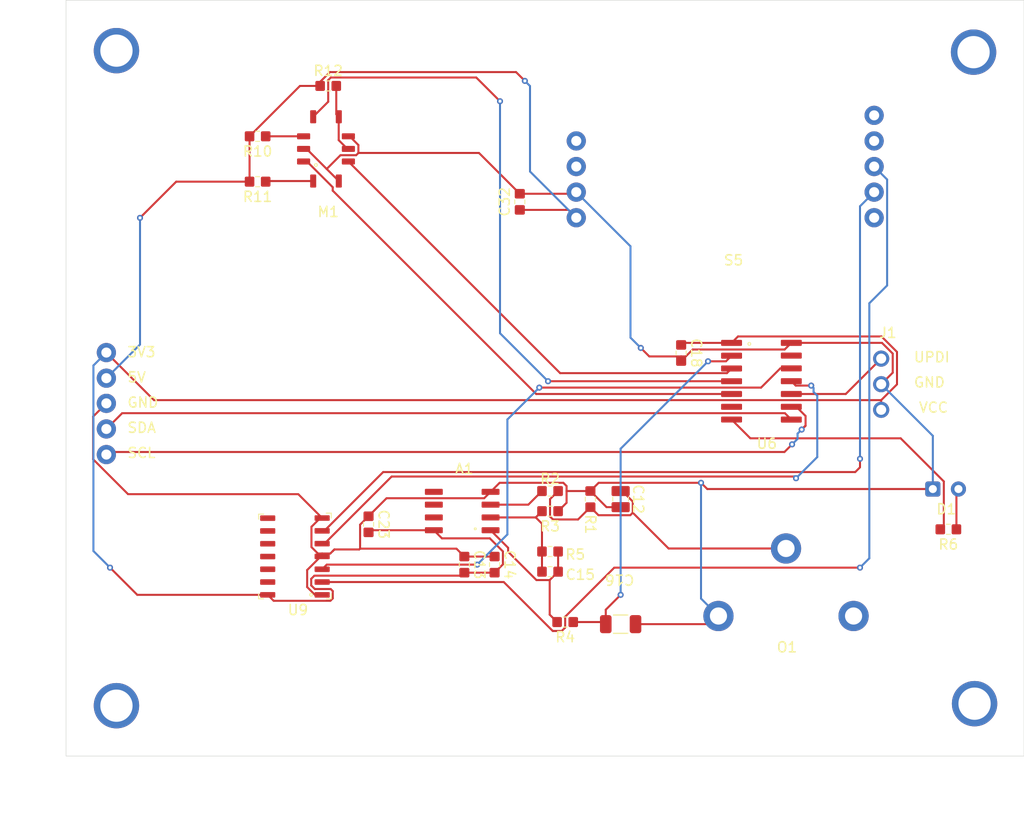
<source format=kicad_pcb>
(kicad_pcb (version 20241229) (generator "pcbnew") (generator_version "9.0")
  (layers (0 "F.Cu" signal) (2 "B.Cu" signal) (13 "F.Paste" user) (15 "B.Paste" user) (5 "F.SilkS" user "F.Silkscreen") (7 "B.SilkS" user "B.Silkscreen") (1 "F.Mask" user) (3 "B.Mask" user) (25 "Edge.Cuts" user))
  (net 0 "")
  (net 1 "Net-(A1-+IN_A)")
  (net 3 "3V3")
  (net 4 "GND")
  (net 5 "Net-(A1-OUT_A)")
  (net 6 "Net-(A1--IN_A)")
  (net 9 "Net-(O1-Vsensor+)")
  (net 10 "02_A")
  (net 11 "5V")
  (net 12 "SDA")
  (net 13 "SCL")
  (net 14 "UPDI")
  (net 15 "Net-(M1-C)")
  (net 16 "Net-(M1-E)")
  (net 17 "NO2_VAL")
  (net 18 "Net-(M1-K)")
  (net 19 "NH3_VAL")
  (net 20 "CO_VAL")
  (net 24 "CO2_TX")
  (net 25 "C02_RX")
  (net 29 "AT_GAS_RX")
  (net 31 "AT_GAS_TX")
  (net 32 "Net-(D1-A)")
  (net 39 "STATUS_LED")
  (footprint "common:C_1206" (layer "F.Cu") (at 147 119.7 180)
    (property "Reference" "C16" (at 0.1 4.2 180) (layer "F.SilkS"))
    (property "Value" "10uF")
    (fp_line (start -0.711252 0.7) (end 0.711252 0.7) (stroke (width 0.12)) (layer "F.SilkS"))
    (fp_line (start -0.711252 -1.12) (end 0.711252 -1.12) (stroke (width 0.12)) (layer "F.SilkS"))
    (pad "1" smd roundrect (at -1.475 -0.21 180) (size 1.15 1.8) (layers "F.Cu" "F.Mask" "F.Paste") (roundrect_rratio 0.217391) (net 4 "GND"))
    (pad "2" smd roundrect (at 1.475 -0.21 180) (size 1.15 1.8) (layers "F.Cu" "F.Mask" "F.Paste") (roundrect_rratio 0.217391) (net 10 "02_A"))
  )
  (footprint "common:C_0603" (layer "F.Cu") (at 153 93 -90)
    (property "Reference" "C18" (at 0 -1.5 270) (layer "F.SilkS"))
    (property "Value" "100nF")
    (fp_line (start -0.2 0.5) (end 0.2 0.5) (stroke (width 0.1)) (layer "F.SilkS"))
    (fp_line (start -0.2 -0.5) (end 0.2 -0.5) (stroke (width 0.1)) (layer "F.SilkS"))
    (pad "1" smd roundrect (at -0.8 0 270) (size 0.95 1) (layers "F.Cu" "F.Mask" "F.Paste") (roundrect_rratio 0.15) (net 3 "3V3"))
    (pad "2" smd roundrect (at 0.8 0 270) (size 0.95 1) (layers "F.Cu" "F.Mask" "F.Paste") (roundrect_rratio 0.15) (net 4 "GND"))
  )
  (footprint "air_sens_foots:MiCS-6814" (layer "F.Cu") (at 117.78 72.75)
    (property "Reference" "M1" (at 0.22 6.25 0) (layer "F.SilkS"))
    (property "Value" "MiCS-6814")
    (fp_circle (center -1 1.6) (end -0.9 1.5) (stroke (width 0.1)) (fill no) (layer "F.SilkS"))
    (pad "1" smd roundrect (at -2.22 1.25 90) (size 0.6 1.3) (layers "F.Cu" "F.Mask" "F.Paste") (roundrect_rratio 0.15) (net 17 "NO2_VAL"))
    (pad "2" smd roundrect (at -2.22 0 90) (size 0.6 1.3) (layers "F.Cu" "F.Mask" "F.Paste") (roundrect_rratio 0.15) (net 4 "GND"))
    (pad "3" smd roundrect (at -2.22 -1.25 90) (size 0.6 1.3) (layers "F.Cu" "F.Mask" "F.Paste") (roundrect_rratio 0.15) (net 15 "Net-(M1-C)"))
    (pad "4" smd roundrect (at -1.27 -3.19) (size 0.6 1.3) (layers "F.Cu" "F.Mask" "F.Paste") (roundrect_rratio 0.15) (net 19 "NH3_VAL"))
    (pad "5" smd roundrect (at 1.27 -3.19) (size 0.6 1.3) (layers "F.Cu" "F.Mask" "F.Paste") (roundrect_rratio 0.15) (net 16 "Net-(M1-E)"))
    (pad "6" smd roundrect (at 2.22 -1.25 90) (size 0.6 1.3) (layers "F.Cu" "F.Mask" "F.Paste") (roundrect_rratio 0.15) (net 4 "GND"))
    (pad "7" smd roundrect (at 2.22 0 90) (size 0.6 1.3) (layers "F.Cu" "F.Mask" "F.Paste") (roundrect_rratio 0.15) (net 16 "Net-(M1-E)"))
    (pad "8" smd roundrect (at 2.22 1.25 90) (size 0.6 1.3) (layers "F.Cu" "F.Mask" "F.Paste") (roundrect_rratio 0.15) (net 20 "CO_VAL"))
    (pad "9" smd roundrect (at 1.27 3.19) (size 0.6 1.3) (layers "F.Cu" "F.Mask" "F.Paste") (roundrect_rratio 0.15) (net 4 "GND"))
    (pad "10" smd roundrect (at -1.27 3.19) (size 0.6 1.3) (layers "F.Cu" "F.Mask" "F.Paste") (roundrect_rratio 0.15) (net 18 "Net-(M1-K)"))
  )
  (footprint "air_sens_foots:SN74LVC125" (layer "F.Cu") (at 114.7 113.19 90)
    (property "Reference" "U9" (at -5.31 0.3 0) (layer "F.SilkS"))
    (property "Value" "Buffer")
    (fp_line (start 4.2 -3.6) (end 4.2 -3.1) (stroke (width 0.1)) (layer "F.SilkS"))
    (fp_line (start 3.7 -3.6) (end 4.2 -3.6) (stroke (width 0.1)) (layer "F.SilkS"))
    (fp_line (start -4.2 -3.6) (end -3.7 -3.6) (stroke (width 0.1)) (layer "F.SilkS"))
    (fp_line (start -4.2 -3.1) (end -4.2 -3.6) (stroke (width 0.1)) (layer "F.SilkS"))
    (fp_line (start 4.3 3.1) (end 4.3 3.6) (stroke (width 0.1)) (layer "F.SilkS"))
    (fp_line (start 4.3 3.6) (end 3.8 3.6) (stroke (width 0.1)) (layer "F.SilkS"))
    (fp_line (start -3.7 3.6) (end -4.2 3.6) (stroke (width 0.1)) (layer "F.SilkS"))
    (fp_line (start -4.2 3.6) (end -4.2 3.1) (stroke (width 0.1)) (layer "F.SilkS"))
    (fp_circle (center -3.8 1.6) (end -3.7 1.5) (stroke (width 0.1)) (fill no) (layer "F.SilkS"))
    (pad "1" smd roundrect (at -3.81 2.7 90) (size 0.55 1.5) (layers "F.Cu" "F.Mask" "F.Paste") (roundrect_rratio 0.15) (net 4 "GND") (clearance 0.07))
    (pad "2" smd roundrect (at -2.54 2.7 90) (size 0.55 1.5) (layers "F.Cu" "F.Mask" "F.Paste") (roundrect_rratio 0.15) (net 24 "CO2_TX") (clearance 0.07))
    (pad "3" smd roundrect (at -1.27 2.7 90) (size 0.55 1.5) (layers "F.Cu" "F.Mask" "F.Paste") (roundrect_rratio 0.15) (net 29 "AT_GAS_RX") (clearance 0.07))
    (pad "4" smd roundrect (at 0 2.7 90) (size 0.55 1.5) (layers "F.Cu" "F.Mask" "F.Paste") (roundrect_rratio 0.15) (net 4 "GND") (clearance 0.07))
    (pad "5" smd roundrect (at 1.27 2.7 90) (size 0.55 1.5) (layers "F.Cu" "F.Mask" "F.Paste") (roundrect_rratio 0.15) (net 31 "AT_GAS_TX") (clearance 0.07))
    (pad "6" smd roundrect (at 2.54 2.7 90) (size 0.55 1.5) (layers "F.Cu" "F.Mask" "F.Paste") (roundrect_rratio 0.15) (net 25 "C02_RX") (clearance 0.07))
    (pad "7" smd roundrect (at 3.81 2.7 90) (size 0.55 1.5) (layers "F.Cu" "F.Mask" "F.Paste") (roundrect_rratio 0.15) (net 4 "GND") (clearance 0.07))
    (pad "8" smd roundrect (at 3.8 -2.7 90) (size 0.55 1.5) (layers "F.Cu" "F.Mask" "F.Paste") (roundrect_rratio 0.15) (clearance 0.07))
    (pad "9" smd roundrect (at 2.53 -2.7 90) (size 0.55 1.5) (layers "F.Cu" "F.Mask" "F.Paste") (roundrect_rratio 0.15) (clearance 0.07))
    (pad "10" smd roundrect (at 1.26 -2.7 90) (size 0.55 1.5) (layers "F.Cu" "F.Mask" "F.Paste") (roundrect_rratio 0.15) (clearance 0.07))
    (pad "11" smd roundrect (at -0.01 -2.7 90) (size 0.55 1.5) (layers "F.Cu" "F.Mask" "F.Paste") (roundrect_rratio 0.15) (clearance 0.07))
    (pad "12" smd roundrect (at -1.27 -2.7 90) (size 0.55 1.5) (layers "F.Cu" "F.Mask" "F.Paste") (roundrect_rratio 0.15) (clearance 0.07))
    (pad "13" smd roundrect (at -2.54 -2.7 90) (size 0.55 1.5) (layers "F.Cu" "F.Mask" "F.Paste") (roundrect_rratio 0.15) (clearance 0.07))
    (pad "14" smd roundrect (at -3.81 -2.7 90) (size 0.55 1.5) (layers "F.Cu" "F.Mask" "F.Paste") (roundrect_rratio 0.15) (net 3 "3V3") (clearance 0.07))
  )
  (footprint "common:C_0603" (layer "F.Cu") (at 140 114.7 180)
    (property "Reference" "C15" (at -3 -0.3 0) (layer "F.SilkS"))
    (property "Value" "10nF")
    (fp_line (start -0.2 0.5) (end 0.2 0.5) (stroke (width 0.1)) (layer "F.SilkS"))
    (fp_line (start -0.2 -0.5) (end 0.2 -0.5) (stroke (width 0.1)) (layer "F.SilkS"))
    (pad "1" smd roundrect (at -0.8 0 180) (size 0.95 1) (layers "F.Cu" "F.Mask" "F.Paste") (roundrect_rratio 0.15) (net 5 "Net-(A1-OUT_A)"))
    (pad "2" smd roundrect (at 0.8 0 180) (size 0.95 1) (layers "F.Cu" "F.Mask" "F.Paste") (roundrect_rratio 0.15) (net 6 "Net-(A1--IN_A)"))
  )
  (footprint "common:R_0603" (layer "F.Cu") (at 118 66.5)
    (property "Reference" "R12" (at 0 -1.5 0) (layer "F.SilkS"))
    (property "Value" "820R")
    (fp_line (start -0.2 -0.5) (end 0.2 -0.5) (stroke (width 0.1)) (layer "F.SilkS"))
    (fp_line (start -0.2 0.5) (end 0.2 0.5) (stroke (width 0.1)) (layer "F.SilkS"))
    (pad "1" smd roundrect (at -0.8 0) (size 0.95 1) (layers "F.Cu" "F.Mask" "F.Paste") (roundrect_rratio 0.15) (net 11 "5V"))
    (pad "2" smd roundrect (at 0.8 0) (size 0.95 1) (layers "F.Cu" "F.Mask" "F.Paste") (roundrect_rratio 0.15) (net 16 "Net-(M1-E)"))
  )
  (footprint "air_sens_foots:AO_03" (layer "F.Cu") (at 163.5 122.7)
    (property "Reference" "O1" (at 0 -0.5 0) (layer "F.SilkS"))
    (property "Value" "AO-03")
    (pad "" thru_hole circle (at 6.6 -3.6) (size 3 3) (drill 1.7) (layers "*.Cu" "*.Mask"))
    (pad "1" thru_hole circle (at -0.1 -10.3) (size 3 3) (drill 1.7) (layers "*.Cu" "*.Mask") (net 9 "Net-(O1-Vsensor+)"))
    (pad "2" thru_hole circle (at -6.8 -3.6) (size 3 3) (drill 1.7) (layers "*.Cu" "*.Mask") (net 4 "GND"))
  )
  (footprint "common:C_0603" (layer "F.Cu") (at 137 78 90)
    (property "Reference" "C32" (at 0 -1.5 90) (layer "F.SilkS"))
    (property "Value" "100nF")
    (fp_line (start -0.2 -0.5) (end 0.2 -0.5) (stroke (width 0.1)) (layer "F.SilkS"))
    (fp_line (start -0.2 0.5) (end 0.2 0.5) (stroke (width 0.1)) (layer "F.SilkS"))
    (pad "1" smd roundrect (at -0.8 0 90) (size 0.95 1) (layers "F.Cu" "F.Mask" "F.Paste") (roundrect_rratio 0.15) (net 11 "5V"))
    (pad "2" smd roundrect (at 0.8 0 90) (size 0.95 1) (layers "F.Cu" "F.Mask" "F.Paste") (roundrect_rratio 0.15) (net 4 "GND"))
  )
  (footprint "air_sens_foots:ATtiny1614" (layer "F.Cu") (at 155.2625 96.8 -90)
    (property "Reference" "U6" (at 5.2 -6.2375 0) (layer "F.SilkS"))
    (property "Value" "~")
    (fp_circle (center -4.7 -4.5) (end -4.6 -4.6) (stroke (width 0.1)) (fill no) (layer "F.SilkS"))
    (pad "1" smd roundrect (at -4.8 -2.7375) (size 2.075 0.6) (layers "F.Cu" "F.Mask" "F.Paste") (roundrect_rratio 0.15) (net 3 "3V3"))
    (pad "2" smd roundrect (at -3.53 -2.7375) (size 2.075 0.6) (layers "F.Cu" "F.Mask" "F.Paste") (roundrect_rratio 0.15) (net 10 "02_A"))
    (pad "3" smd roundrect (at -2.26 -2.7375) (size 2.075 0.6) (layers "F.Cu" "F.Mask" "F.Paste") (roundrect_rratio 0.15) (net 20 "CO_VAL"))
    (pad "4" smd roundrect (at -0.995 -2.7375) (size 2.075 0.59) (layers "F.Cu" "F.Mask" "F.Paste") (roundrect_rratio 0.15) (net 19 "NH3_VAL"))
    (pad "5" smd roundrect (at 0.27 -2.7375) (size 2.075 0.6) (layers "F.Cu" "F.Mask" "F.Paste") (roundrect_rratio 0.15) (net 17 "NO2_VAL"))
    (pad "6" smd roundrect (at 1.54 -2.7375) (size 2.075 0.6) (layers "F.Cu" "F.Mask" "F.Paste") (roundrect_rratio 0.15))
    (pad "7" smd roundrect (at 2.805 -2.7375) (size 2.075 0.59) (layers "F.Cu" "F.Mask" "F.Paste") (roundrect_rratio 0.15) (net 39 "STATUS_LED"))
    (pad "8" smd roundrect (at 2.81 -8.6625) (size 2.075 0.6) (layers "F.Cu" "F.Mask" "F.Paste") (roundrect_rratio 0.15) (net 12 "SDA"))
    (pad "9" smd roundrect (at 1.54 -8.6625) (size 2.075 0.6) (layers "F.Cu" "F.Mask" "F.Paste") (roundrect_rratio 0.15) (net 13 "SCL"))
    (pad "10" smd roundrect (at 0.27 -8.6625) (size 2.075 0.6) (layers "F.Cu" "F.Mask" "F.Paste") (roundrect_rratio 0.15) (net 14 "UPDI"))
    (pad "11" smd roundrect (at -1 -8.6625) (size 2.075 0.6) (layers "F.Cu" "F.Mask" "F.Paste") (roundrect_rratio 0.15) (net 31 "AT_GAS_TX"))
    (pad "12" smd roundrect (at -2.27 -8.6625) (size 2.075 0.6) (layers "F.Cu" "F.Mask" "F.Paste") (roundrect_rratio 0.15) (net 29 "AT_GAS_RX"))
    (pad "13" smd roundrect (at -3.54 -8.6625) (size 2.075 0.6) (layers "F.Cu" "F.Mask" "F.Paste") (roundrect_rratio 0.15))
    (pad "14" smd roundrect (at -4.805 -8.6625) (size 2.075 0.61) (layers "F.Cu" "F.Mask" "F.Paste") (roundrect_rratio 0.15) (net 4 "GND"))
  )
  (footprint "common:C_0603" (layer "F.Cu") (at 131.5 114 -90)
    (property "Reference" "C13" (at 0 -1.5 270) (layer "F.SilkS"))
    (property "Value" "10nF")
    (fp_line (start -0.2 0.5) (end 0.2 0.5) (stroke (width 0.1)) (layer "F.SilkS"))
    (fp_line (start -0.2 -0.5) (end 0.2 -0.5) (stroke (width 0.1)) (layer "F.SilkS"))
    (pad "1" smd roundrect (at -0.8 0 270) (size 0.95 1) (layers "F.Cu" "F.Mask" "F.Paste") (roundrect_rratio 0.15) (net 4 "GND"))
    (pad "2" smd roundrect (at 0.8 0 270) (size 0.95 1) (layers "F.Cu" "F.Mask" "F.Paste") (roundrect_rratio 0.15) (net 3 "3V3"))
  )
  (footprint "air_sens_foots:mounting_hole" (layer "F.Cu") (at 96.9 72.7)
    (property "Reference" "REF**" (hide yes))
    (property "Value" "mounting_hole" (hide yes))
    (pad "" thru_hole circle (at 0.1 -9.7) (size 4.5 4.5) (drill 3.2) (layers "*.Cu" "*.Mask"))
  )
  (footprint "air_sens_foots:mounting_hole" (layer "F.Cu") (at 181.9 72.85)
    (property "Reference" "REF**" (hide yes))
    (property "Value" "mounting_hole" (hide yes))
    (pad "" thru_hole circle (at 0.1 -9.7) (size 4.5 4.5) (drill 3.2) (layers "*.Cu" "*.Mask"))
  )
  (footprint "common:R_0603" (layer "F.Cu") (at 144 107.5 -90)
    (property "Reference" "R1" (at 2.5 0 270) (layer "F.SilkS"))
    (property "Value" "100R")
    (fp_line (start -0.2 0.5) (end 0.2 0.5) (stroke (width 0.1)) (layer "F.SilkS"))
    (fp_line (start -0.2 -0.5) (end 0.2 -0.5) (stroke (width 0.1)) (layer "F.SilkS"))
    (pad "1" smd roundrect (at -0.8 0 270) (size 0.95 1) (layers "F.Cu" "F.Mask" "F.Paste") (roundrect_rratio 0.15) (net 4 "GND"))
    (pad "2" smd roundrect (at 0.8 0 270) (size 0.95 1) (layers "F.Cu" "F.Mask" "F.Paste") (roundrect_rratio 0.15) (net 9 "Net-(O1-Vsensor+)"))
  )
  (footprint "common:LED_3mm_THT" (layer "F.Cu") (at 179.3 109.5)
    (property "Reference" "D1" (at 0 -1 0) (layer "F.SilkS"))
    (property "Value" "~")
    (pad "1" thru_hole roundrect (at -1.34 -3) (size 1.5 1.5) (drill 0.8) (layers "*.Cu" "*.Mask") (roundrect_rratio 0.1666666667) (net 4 "GND"))
    (pad "2" thru_hole circle (at 1.2 -3) (size 1.5 1.5) (drill 0.8) (layers "*.Cu" "*.Mask") (net 32 "Net-(D1-A)"))
  )
  (footprint "air_sens_foots:AD8552" (layer "F.Cu") (at 137.3875 108.65 90)
    (property "Reference" "A1" (at 4.15 -5.8875 0) (layer "F.SilkS"))
    (property "Value" "AD8552")
    (fp_circle (center -1.8 -4.8) (end -1.8 -4.7) (stroke (width 0.1)) (fill no) (layer "F.SilkS"))
    (pad "1" smd roundrect (at -1.94 -3.2875 180) (size 1.775 0.6) (layers "F.Cu" "F.Mask" "F.Paste") (roundrect_rratio 0.15) (net 5 "Net-(A1-OUT_A)"))
    (pad "2" smd roundrect (at -0.67 -3.2875 180) (size 1.775 0.6) (layers "F.Cu" "F.Mask" "F.Paste") (roundrect_rratio 0.15) (net 6 "Net-(A1--IN_A)"))
    (pad "3" smd roundrect (at 0.6 -3.2875 180) (size 1.775 0.6) (layers "F.Cu" "F.Mask" "F.Paste") (roundrect_rratio 0.15) (net 1 "Net-(A1-+IN_A)"))
    (pad "4" smd roundrect (at 1.87 -3.2875 180) (size 1.775 0.6) (layers "F.Cu" "F.Mask" "F.Paste") (roundrect_rratio 0.15) (net 4 "GND"))
    (pad "5" smd roundrect (at 1.87 -8.9125 180) (size 1.775 0.6) (layers "F.Cu" "F.Mask" "F.Paste") (roundrect_rratio 0.15))
    (pad "6" smd roundrect (at 0.6 -8.9125 180) (size 1.775 0.6) (layers "F.Cu" "F.Mask" "F.Paste") (roundrect_rratio 0.15))
    (pad "7" smd roundrect (at -0.67 -8.9125 180) (size 1.775 0.6) (layers "F.Cu" "F.Mask" "F.Paste") (roundrect_rratio 0.15))
    (pad "8" smd roundrect (at -1.94 -8.9125 180) (size 1.775 0.6) (layers "F.Cu" "F.Mask" "F.Paste") (roundrect_rratio 0.15) (net 3 "3V3"))
  )
  (footprint "common:R_0603" (layer "F.Cu") (at 111 71.5 180)
    (property "Reference" "R10" (at 0 -1.5 0) (layer "F.SilkS"))
    (property "Value" "27R")
    (fp_line (start -0.2 0.5) (end 0.2 0.5) (stroke (width 0.1)) (layer "F.SilkS"))
    (fp_line (start -0.2 -0.5) (end 0.2 -0.5) (stroke (width 0.1)) (layer "F.SilkS"))
    (pad "1" smd roundrect (at -0.8 0 180) (size 0.95 1) (layers "F.Cu" "F.Mask" "F.Paste") (roundrect_rratio 0.15) (net 15 "Net-(M1-C)"))
    (pad "2" smd roundrect (at 0.8 0 180) (size 0.95 1) (layers "F.Cu" "F.Mask" "F.Paste") (roundrect_rratio 0.15) (net 11 "5V"))
  )
  (footprint "common:R_0603" (layer "F.Cu") (at 141.5 119.7 180)
    (property "Reference" "R4" (at 0 -1.5 0) (layer "F.SilkS"))
    (property "Value" "100R")
    (fp_line (start -0.2 0.5) (end 0.2 0.5) (stroke (width 0.1)) (layer "F.SilkS"))
    (fp_line (start -0.2 -0.5) (end 0.2 -0.5) (stroke (width 0.1)) (layer "F.SilkS"))
    (pad "1" smd roundrect (at -0.8 0 180) (size 0.95 1) (layers "F.Cu" "F.Mask" "F.Paste") (roundrect_rratio 0.15) (net 10 "02_A"))
    (pad "2" smd roundrect (at 0.8 0 180) (size 0.95 1) (layers "F.Cu" "F.Mask" "F.Paste") (roundrect_rratio 0.15) (net 5 "Net-(A1-OUT_A)"))
  )
  (footprint "common:R_0603" (layer "F.Cu") (at 140 106.7 180)
    (property "Reference" "R2" (at 0 1.2 0) (layer "F.SilkS"))
    (property "Value" "10K")
    (fp_line (start -0.2 0.5) (end 0.2 0.5) (stroke (width 0.1)) (layer "F.SilkS"))
    (fp_line (start -0.2 -0.5) (end 0.2 -0.5) (stroke (width 0.1)) (layer "F.SilkS"))
    (pad "1" smd roundrect (at -0.8 0 180) (size 0.95 1) (layers "F.Cu" "F.Mask" "F.Paste") (roundrect_rratio 0.15) (net 9 "Net-(O1-Vsensor+)"))
    (pad "2" smd roundrect (at 0.8 0 180) (size 0.95 1) (layers "F.Cu" "F.Mask" "F.Paste") (roundrect_rratio 0.15) (net 1 "Net-(A1-+IN_A)"))
  )
  (footprint "air_sens_foots:mounting_hole" (layer "F.Cu") (at 96.9 137.7)
    (property "Reference" "REF**" (hide yes))
    (property "Value" "mounting_hole" (hide yes))
    (pad "" thru_hole circle (at 0.1 -9.7) (size 4.5 4.5) (drill 3.2) (layers "*.Cu" "*.Mask"))
  )
  (footprint "common:R_0603" (layer "F.Cu") (at 140 112.7 180)
    (property "Reference" "R5" (at -2.5 -0.3 0) (layer "F.SilkS"))
    (property "Value" "400K")
    (fp_line (start -0.2 0.5) (end 0.2 0.5) (stroke (width 0.1)) (layer "F.SilkS"))
    (fp_line (start -0.2 -0.5) (end 0.2 -0.5) (stroke (width 0.1)) (layer "F.SilkS"))
    (pad "1" smd roundrect (at -0.8 0 180) (size 0.95 1) (layers "F.Cu" "F.Mask" "F.Paste") (roundrect_rratio 0.15) (net 5 "Net-(A1-OUT_A)"))
    (pad "2" smd roundrect (at 0.8 0 180) (size 0.95 1) (layers "F.Cu" "F.Mask" "F.Paste") (roundrect_rratio 0.15) (net 6 "Net-(A1--IN_A)"))
  )
  (footprint "common:C_0603" (layer "F.Cu") (at 122 110 -90)
    (property "Reference" "C23" (at 0 -1.5 270) (layer "F.SilkS"))
    (property "Value" "100nF")
    (fp_line (start -0.2 0.5) (end 0.2 0.5) (stroke (width 0.1)) (layer "F.SilkS"))
    (fp_line (start -0.2 -0.5) (end 0.2 -0.5) (stroke (width 0.1)) (layer "F.SilkS"))
    (pad "1" smd roundrect (at -0.8 0 270) (size 0.95 1) (layers "F.Cu" "F.Mask" "F.Paste") (roundrect_rratio 0.15) (net 4 "GND"))
    (pad "2" smd roundrect (at 0.8 0 270) (size 0.95 1) (layers "F.Cu" "F.Mask" "F.Paste") (roundrect_rratio 0.15) (net 3 "3V3"))
  )
  (footprint "air_sens_foots:mounting_hole" (layer "F.Cu") (at 182 137.5)
    (property "Reference" "REF**" (hide yes))
    (property "Value" "mounting_hole" (hide yes))
    (pad "" thru_hole circle (at 0.1 -9.7) (size 4.5 4.5) (drill 3.2) (layers "*.Cu" "*.Mask"))
  )
  (footprint "common:R_0603" (layer "F.Cu") (at 140 108.7 180)
    (property "Reference" "R3" (at 0 -1.5 0) (layer "F.SilkS"))
    (property "Value" "10K")
    (fp_line (start -0.2 0.5) (end 0.2 0.5) (stroke (width 0.1)) (layer "F.SilkS"))
    (fp_line (start -0.2 -0.5) (end 0.2 -0.5) (stroke (width 0.1)) (layer "F.SilkS"))
    (pad "1" smd roundrect (at -0.8 0 180) (size 0.95 1) (layers "F.Cu" "F.Mask" "F.Paste") (roundrect_rratio 0.15) (net 4 "GND"))
    (pad "2" smd roundrect (at 0.8 0 180) (size 0.95 1) (layers "F.Cu" "F.Mask" "F.Paste") (roundrect_rratio 0.15) (net 6 "Net-(A1--IN_A)"))
  )
  (footprint "air_sens_foots:MH-Z1911A" (layer "F.Cu") (at 158.2 78.7)
    (property "Reference" "S5" (at 0 5.1 0) (layer "F.SilkS"))
    (property "Value" "MH-Z1911A")
    (pad "1" thru_hole circle (at 13.94 -9.28) (size 1.905 1.905) (drill 1) (layers "*.Cu" "*.Mask"))
    (pad "2" thru_hole circle (at 13.94 -6.74) (size 1.905 1.905) (drill 1) (layers "*.Cu" "*.Mask"))
    (pad "3" thru_hole circle (at 13.94 -4.2) (size 1.905 1.905) (drill 1) (layers "*.Cu" "*.Mask") (net 24 "CO2_TX"))
    (pad "4" thru_hole circle (at 13.94 -1.66) (size 1.905 1.905) (drill 1) (layers "*.Cu" "*.Mask") (net 25 "C02_RX"))
    (pad "5" thru_hole circle (at 13.94 0.88) (size 1.905 1.905) (drill 1) (layers "*.Cu" "*.Mask"))
    (pad "6" thru_hole circle (at -15.6 -6.74) (size 1.905 1.905) (drill 1) (layers "*.Cu" "*.Mask"))
    (pad "7" thru_hole circle (at -15.6 -4.2) (size 1.905 1.905) (drill 1) (layers "*.Cu" "*.Mask"))
    (pad "8" thru_hole circle (at -15.6 -1.66) (size 1.905 1.905) (drill 1) (layers "*.Cu" "*.Mask") (net 4 "GND"))
    (pad "9" thru_hole circle (at -15.6 0.88) (size 1.905 1.905) (drill 1) (layers "*.Cu" "*.Mask") (net 11 "5V"))
  )
  (footprint "common:R_0603" (layer "F.Cu") (at 111 76 180)
    (property "Reference" "R11" (at 0 -1.5 0) (layer "F.SilkS"))
    (property "Value" "130")
    (fp_line (start -0.2 0.5) (end 0.2 0.5) (stroke (width 0.1)) (layer "F.SilkS"))
    (fp_line (start -0.2 -0.5) (end 0.2 -0.5) (stroke (width 0.1)) (layer "F.SilkS"))
    (pad "1" smd roundrect (at -0.8 0 180) (size 0.95 1) (layers "F.Cu" "F.Mask" "F.Paste") (roundrect_rratio 0.15) (net 18 "Net-(M1-K)"))
    (pad "2" smd roundrect (at 0.8 0 180) (size 0.95 1) (layers "F.Cu" "F.Mask" "F.Paste") (roundrect_rratio 0.15) (net 11 "5V"))
  )
  (footprint "air_sens_foots:ATtiny_Programming_Header" (layer "F.Cu") (at 177.3375 96.1 90)
    (property "Reference" "J1" (at 5.1 -3.8375 0) (layer "F.SilkS"))
    (property "Value" "Program Header")
    (fp_text user "UPDI" (at 2.1 -1.3375 0) (layer "F.SilkS") (effects (font (thickness 0.15) (bold yes)) (justify left bottom)))
    (fp_text user "VCC" (at -2.9 -0.8375 0) (layer "F.SilkS") (effects (font (thickness 0.15) (bold yes)) (justify left bottom)))
    (fp_text user "GND" (at -0.4 -1.3375 0) (layer "F.SilkS") (effects (font (thickness 0.15) (bold yes)) (justify left bottom)))
    (pad "1" thru_hole circle (at -2.54 -4.5 180) (size 1.6 1.6) (drill 1) (layers "*.Cu" "*.Mask") (net 3 "3V3"))
    (pad "2" thru_hole circle (at 0 -4.5 180) (size 1.6 1.6) (drill 1) (layers "*.Cu" "*.Mask") (net 4 "GND"))
    (pad "3" thru_hole circle (at 2.54 -4.5 180) (size 1.6 1.6) (drill 1) (layers "*.Cu" "*.Mask") (net 14 "UPDI"))
  )
  (footprint "common:C_0805" (layer "F.Cu") (at 147 107.5 -90)
    (property "Reference" "C12" (at 0 -1.75 270) (layer "F.SilkS"))
    (property "Value" "4.7uF")
    (fp_line (start -0.2 0.78) (end 0.2 0.78) (stroke (width 0.1)) (layer "F.SilkS"))
    (fp_line (start -0.2 -0.78) (end 0.2 -0.78) (stroke (width 0.1)) (layer "F.SilkS"))
    (pad "1" smd roundrect (at -0.8 0 270) (size 1 1.8) (layers "F.Cu" "F.Mask" "F.Paste") (roundrect_rratio 0.15) (net 9 "Net-(O1-Vsensor+)"))
    (pad "2" smd roundrect (at 0.8 0 270) (size 1 1.8) (layers "F.Cu" "F.Mask" "F.Paste") (roundrect_rratio 0.15) (net 4 "GND"))
  )
  (footprint "common:R_0603" (layer "F.Cu") (at 179.5 110.5)
    (property "Reference" "R6" (at 0 1.5 0) (layer "F.SilkS"))
    (property "Value" "220")
    (fp_line (start -0.2 -0.5) (end 0.2 -0.5) (stroke (width 0.1)) (layer "F.SilkS"))
    (fp_line (start -0.2 0.5) (end 0.2 0.5) (stroke (width 0.1)) (layer "F.SilkS"))
    (pad "1" smd roundrect (at -0.8 0) (size 0.95 1) (layers "F.Cu" "F.Mask" "F.Paste") (roundrect_rratio 0.15) (net 39 "STATUS_LED"))
    (pad "2" smd roundrect (at 0.8 0) (size 0.95 1) (layers "F.Cu" "F.Mask" "F.Paste") (roundrect_rratio 0.15) (net 32 "Net-(D1-A)"))
  )
  (footprint "air_sens_foots:GPIO_HEADER" (layer "F.Cu") (at 91.9 97.94 -90)
    (property "Reference" "G2" (hide yes))
    (property "Value" "Module Connector")
    (fp_text user "GND" (at 0.56 -6.1 0) (layer "F.SilkS") (effects (justify left bottom)))
    (fp_text user "5V" (at -1.94 -6.1 0) (layer "F.SilkS") (effects (justify left bottom)))
    (fp_text user "SDA" (at 3.06 -6.1 0) (layer "F.SilkS") (effects (justify left bottom)))
    (fp_text user "SCL" (at 5.56 -6.1 0) (layer "F.SilkS") (effects (justify left bottom)))
    (fp_text user "3V3" (at -4.44 -6.1 0) (layer "F.SilkS") (effects (justify left bottom)))
    (pad "1" thru_hole circle (at -4.98 -4.1 270) (size 1.905 1.905) (drill 1) (layers "*.Cu" "*.Mask") (net 3 "3V3"))
    (pad "2" thru_hole circle (at -2.44 -4.1 270) (size 1.905 1.905) (drill 1) (layers "*.Cu" "*.Mask") (net 11 "5V"))
    (pad "3" thru_hole circle (at 0.06 -4.1 270) (size 1.905 1.905) (drill 1) (layers "*.Cu" "*.Mask") (net 4 "GND"))
    (pad "4" thru_hole circle (at 2.6 -4.1 270) (size 1.905 1.905) (drill 1) (layers "*.Cu" "*.Mask") (net 12 "SDA"))
    (pad "5" thru_hole circle (at 5.14 -4.1 270) (size 1.905 1.905) (drill 1) (layers "*.Cu" "*.Mask") (net 13 "SCL"))
  )
  (footprint "common:C_0603" (layer "F.Cu") (at 134.5 114 -90)
    (property "Reference" "C14" (at 0 -1.5 270) (layer "F.SilkS"))
    (property "Value" "10nF")
    (fp_line (start -0.2 0.5) (end 0.2 0.5) (stroke (width 0.1)) (layer "F.SilkS"))
    (fp_line (start -0.2 -0.5) (end 0.2 -0.5) (stroke (width 0.1)) (layer "F.SilkS"))
    (pad "1" smd roundrect (at -0.8 0 270) (size 0.95 1) (layers "F.Cu" "F.Mask" "F.Paste") (roundrect_rratio 0.15) (net 4 "GND"))
    (pad "2" smd roundrect (at 0.8 0 270) (size 0.95 1) (layers "F.Cu" "F.Mask" "F.Paste") (roundrect_rratio 0.15) (net 3 "3V3"))
  )
  (gr_rect (start 92 58) (end 187 133) (stroke (width 0.05)) (fill no) (layer "Edge.Cuts"))
  (segment (start 137.85 108.05) (end 139.2 106.7) (width 0.2) (layer "F.Cu") (net 1))
  (segment (start 134.1 108.05) (end 137.85 108.05) (width 0.2) (layer "F.Cu") (net 1))
  (segment (start 134.0284 111.3954) (end 135.3231 112.6901) (width 0.2) (layer "F.Cu") (net 3))
  (segment (start 116.6745 116.423) (end 116.3152 116.0637) (width 0.2) (layer "F.Cu") (net 3))
  (segment (start 174.4062 92.8977) (end 174.4062 96.1102) (width 0.2) (layer "F.Cu") (net 3))
  (segment (start 118.452 116.6262) (end 118.2488 116.423) (width 0.2) (layer "F.Cu") (net 3))
  (segment (start 128.475 110.59) (end 129.2804 111.3954) (width 0.2) (layer "F.Cu") (net 3))
  (segment (start 158 92) (end 158.6376 91.3624) (width 0.2) (layer "F.Cu") (net 3))
  (segment (start 158.6376 91.3624) (end 172.8709 91.3624) (width 0.2) (layer "F.Cu") (net 3))
  (segment (start 135.3231 113.9769) (end 134.5 114.8) (width 0.2) (layer "F.Cu") (net 3))
  (segment (start 174.4062 96.1102) (end 172.8375 97.6789) (width 0.2) (layer "F.Cu") (net 3))
  (segment (start 112 117) (end 112.5927 117.5927) (width 0.2) (layer "F.Cu") (net 3))
  (segment (start 129.2804 111.3954) (end 134.0284 111.3954) (width 0.2) (layer "F.Cu") (net 3))
  (segment (start 100.7189 97.6789) (end 172.8375 97.6789) (width 0.2) (layer "F.Cu") (net 3))
  (segment (start 99.0631 117) (end 112 117) (width 0.2) (layer "F.Cu") (net 3))
  (segment (start 131.2049 115.0951) (end 131.5 114.8) (width 0.2) (layer "F.Cu") (net 3))
  (segment (start 116.631 115.0951) (end 131.2049 115.0951) (width 0.2) (layer "F.Cu") (net 3))
  (segment (start 118.452 117.3548) (end 118.452 116.6262) (width 0.2) (layer "F.Cu") (net 3))
  (segment (start 118.2488 116.423) (end 116.6745 116.423) (width 0.2) (layer "F.Cu") (net 3))
  (segment (start 153 92.2) (end 153.2 92) (width 0.2) (layer "F.Cu") (net 3))
  (segment (start 112.5927 117.5927) (end 118.2141 117.5927) (width 0.2) (layer "F.Cu") (net 3))
  (segment (start 134.5 114.8) (end 131.5 114.8) (width 0.2) (layer "F.Cu") (net 3))
  (segment (start 153.2 92) (end 158 92) (width 0.2) (layer "F.Cu") (net 3))
  (segment (start 122 110.8) (end 122.21 110.59) (width 0.2) (layer "F.Cu") (net 3))
  (segment (start 118.2141 117.5927) (end 118.452 117.3548) (width 0.2) (layer "F.Cu") (net 3))
  (segment (start 116.3152 116.0637) (end 116.3152 115.4109) (width 0.2) (layer "F.Cu") (net 3))
  (segment (start 122.21 110.59) (end 128.475 110.59) (width 0.2) (layer "F.Cu") (net 3))
  (segment (start 172.8709 91.3624) (end 174.4062 92.8977) (width 0.2) (layer "F.Cu") (net 3))
  (segment (start 96 92.96) (end 100.7189 97.6789) (width 0.2) (layer "F.Cu") (net 3))
  (segment (start 172.8375 97.6789) (end 172.8375 98.64) (width 0.2) (layer "F.Cu") (net 3))
  (segment (start 116.3152 115.4109) (end 116.631 115.0951) (width 0.2) (layer "F.Cu") (net 3))
  (segment (start 96.3625 114.2994) (end 99.0631 117) (width 0.2) (layer "F.Cu") (net 3))
  (segment (start 135.3231 112.6901) (end 135.3231 113.9769) (width 0.2) (layer "F.Cu") (net 3))
  (via (at 96.3625 114.2994) (size 0.6) (drill 0.3) (layers "F.Cu" "B.Cu") (net 3))
  (segment (start 94.7158 94.2442) (end 94.7158 112.6527) (width 0.2) (layer "B.Cu") (net 3))
  (segment (start 96 92.96) (end 94.7158 94.2442) (width 0.2) (layer "B.Cu") (net 3))
  (segment (start 94.7158 112.6527) (end 96.3625 114.2994) (width 0.2) (layer "B.Cu") (net 3))
  (segment (start 121.0815 112.497) (end 121.1631 112.4154) (width 0.2) (layer "F.Cu") (net 4))
  (segment (start 134.9985 105.8815) (end 141.3163 105.8815) (width 0.2) (layer "F.Cu") (net 4))
  (segment (start 173.9821 93.0623) (end 172.9148 91.995) (width 0.2) (layer "F.Cu") (net 4))
  (segment (start 134.1 106.78) (end 134.9985 105.8815) (width 0.2) (layer "F.Cu") (net 4))
  (segment (start 121.1631 110.0369) (end 122 109.2) (width 0.2) (layer "F.Cu") (net 4))
  (segment (start 145.6 108.3) (end 144 106.7) (width 0.2) (layer "F.Cu") (net 4))
  (segment (start 116.338 112.2619) (end 116.9748 112.8987) (width 0.2) (layer "F.Cu") (net 4))
  (segment (start 141.6384 107.8616) (end 141.6384 106.7) (width 0.2) (layer "F.Cu") (net 4))
  (segment (start 141.6384 106.7) (end 144 106.7) (width 0.2) (layer "F.Cu") (net 4))
  (segment (start 153.4563 93.3437) (end 153 93.3437) (width 0.2) (layer "F.Cu") (net 4))
  (segment (start 122 109.2) (end 123.7835 107.4165) (width 0.2) (layer "F.Cu") (net 4))
  (segment (start 141.3163 105.8815) (end 141.6384 106.2036) (width 0.2) (layer "F.Cu") (net 4))
  (segment (start 120.7714 73.375) (end 119.2176 73.375) (width 0.2) (layer "F.Cu") (net 4))
  (segment (start 172.8375 96.1) (end 173.9821 94.9554) (width 0.2) (layer "F.Cu") (net 4))
  (segment (start 117.4 109.38) (end 117.2063 109.38) (width 0.2) (layer "F.Cu") (net 4))
  (segment (start 137 77.2) (end 132.953 73.153) (width 0.2) (layer "F.Cu") (net 4))
  (segment (start 155.5891 106.5) (end 177.96 106.5) (width 0.2) (layer "F.Cu") (net 4))
  (segment (start 115.9135 114.5364) (end 115.9135 116.23) (width 0.2) (layer "F.Cu") (net 4))
  (segment (start 117.2063 109.38) (end 116.338 110.2483) (width 0.2) (layer "F.Cu") (net 4))
  (segment (start 94.6886 99.3114) (end 94.6886 103.5475) (width 0.2) (layer "F.Cu") (net 4))
  (segment (start 132.953 73.153) (end 120.9934 73.153) (width 0.2) (layer "F.Cu") (net 4))
  (segment (start 154.1435 92.6565) (end 153.4563 93.3437) (width 0.2) (layer "F.Cu") (net 4))
  (segment (start 115.9135 116.23) (end 116.6835 117) (width 0.2) (layer "F.Cu") (net 4))
  (segment (start 120.9934 72.3691) (end 120.9934 73.153) (width 0.2) (layer "F.Cu") (net 4))
  (segment (start 115.0322 107.0122) (end 117.4 109.38) (width 0.2) (layer "F.Cu") (net 4))
  (segment (start 117.4 112.8987) (end 118.2111 112.8987) (width 0.2) (layer "F.Cu") (net 4))
  (segment (start 120.1243 71.5) (end 120.9934 72.3691) (width 0.2) (layer "F.Cu") (net 4))
  (segment (start 121.1631 112.4154) (end 130.7154 112.4154) (width 0.2) (layer "F.Cu") (net 4))
  (segment (start 149.8437 93.3437) (end 149 92.5) (width 0.2) (layer "F.Cu") (net 4))
  (segment (start 94.6886 103.5475) (end 98.1533 107.0122) (width 0.2) (layer "F.Cu") (net 4))
  (segment (start 117.8513 74.7413) (end 119.05 75.94) (width 0.2) (layer "F.Cu") (net 4))
  (segment (start 120.9934 73.153) (end 120.7714 73.375) (width 0.2) (layer "F.Cu") (net 4))
  (segment (start 153 93.3437) (end 149.8437 93.3437) (width 0.2) (layer "F.Cu") (net 4))
  (segment (start 117.4 113.19) (end 117.4 112.8987) (width 0.2) (layer "F.Cu") (net 4))
  (segment (start 118.4465 112.6633) (end 118.6128 112.497) (width 0.2) (layer "F.Cu") (net 4))
  (segment (start 148.475 119.91) (end 155.89 119.91) (width 0.2) (layer "F.Cu") (net 4))
  (segment (start 116.6835 117) (end 117.4 117) (width 0.2) (layer "F.Cu") (net 4))
  (segment (start 120 71.5) (end 120.1243 71.5) (width 0.2) (layer "F.Cu") (net 4))
  (segment (start 144 106.7) (end 144.8173 105.8827) (width 0.2) (layer "F.Cu") (net 4))
  (segment (start 163.2635 92.6565) (end 154.1435 92.6565) (width 0.2) (layer "F.Cu") (net 4))
  (segment (start 118.6128 112.497) (end 121.0815 112.497) (width 0.2) (layer "F.Cu") (net 4))
  (segment (start 117.2599 113.19) (end 115.9135 114.5364) (width 0.2) (layer "F.Cu") (net 4))
  (segment (start 154.9718 105.8827) (end 155.5891 106.5) (width 0.2) (layer "F.Cu") (net 4))
  (segment (start 147 108.3) (end 145.6 108.3) (width 0.2) (layer "F.Cu") (net 4))
  (segment (start 155.89 119.91) (end 156.7 119.1) (width 0.2) (layer "F.Cu") (net 4))
  (segment (start 119.2176 73.375) (end 117.8513 74.7413) (width 0.2) (layer "F.Cu") (net 4))
  (segment (start 115.56 72.75) (end 115.86 72.75) (width 0.2) (layer "F.Cu") (net 4))
  (segment (start 123.7835 107.4165) (end 133.4635 107.4165) (width 0.2) (layer "F.Cu") (net 4))
  (segment (start 96 98) (end 94.6886 99.3114) (width 0.2) (layer "F.Cu") (net 4))
  (segment (start 163.925 91.995) (end 163.2635 92.6565) (width 0.2) (layer "F.Cu") (net 4))
  (segment (start 142.44 77.2) (end 142.6 77.04) (width 0.2) (layer "F.Cu") (net 4))
  (segment (start 118.4465 112.6633) (end 118.6128 112.497) (width 0.2) (layer "F.Cu") (net 4))
  (segment (start 137 77.2) (end 142.44 77.2) (width 0.2) (layer "F.Cu") (net 4))
  (segment (start 116.338 110.2483) (end 116.338 112.2619) (width 0.2) (layer "F.Cu") (net 4))
  (segment (start 116.9748 112.8987) (end 117.4 112.8987) (width 0.2) (layer "F.Cu") (net 4))
  (segment (start 153 93.3437) (end 153 93.8) (width 0.2) (layer "F.Cu") (net 4))
  (segment (start 118.2111 112.8987) (end 118.4465 112.6633) (width 0.2) (layer "F.Cu") (net 4))
  (segment (start 117.4 113.19) (end 117.2599 113.19) (width 0.2) (layer "F.Cu") (net 4))
  (segment (start 130.7154 112.4154) (end 131.5 113.2) (width 0.2) (layer "F.Cu") (net 4))
  (segment (start 141.6384 106.2036) (end 141.6384 106.7) (width 0.2) (layer "F.Cu") (net 4))
  (segment (start 140.8 108.7) (end 141.6384 107.8616) (width 0.2) (layer "F.Cu") (net 4))
  (segment (start 144.8173 105.8827) (end 154.9718 105.8827) (width 0.2) (layer "F.Cu") (net 4))
  (segment (start 172.9148 91.995) (end 163.925 91.995) (width 0.2) (layer "F.Cu") (net 4))
  (segment (start 115.86 72.75) (end 117.8513 74.7413) (width 0.2) (layer "F.Cu") (net 4))
  (segment (start 121.1631 112.4154) (end 121.1631 110.0369) (width 0.2) (layer "F.Cu") (net 4))
  (segment (start 134.5 113.2) (end 131.5 113.2) (width 0.2) (layer "F.Cu") (net 4))
  (segment (start 173.9821 94.9554) (end 173.9821 93.0623) (width 0.2) (layer "F.Cu") (net 4))
  (segment (start 133.4635 107.4165) (end 134.1 106.78) (width 0.2) (layer "F.Cu") (net 4))
  (segment (start 98.1533 107.0122) (end 115.0322 107.0122) (width 0.2) (layer "F.Cu") (net 4))
  (via (at 149 92.5) (size 0.6) (drill 0.3) (layers "F.Cu" "B.Cu") (net 4))
  (via (at 154.9718 105.8827) (size 0.6) (drill 0.3) (layers "F.Cu" "B.Cu") (net 4))
  (segment (start 149 92.5) (end 147.9764 91.4764) (width 0.2) (layer "B.Cu") (net 4))
  (segment (start 177.96 101.2225) (end 177.96 106.5) (width 0.2) (layer "B.Cu") (net 4))
  (segment (start 154.9718 117.3718) (end 154.9718 105.8827) (width 0.2) (layer "B.Cu") (net 4))
  (segment (start 147.9764 91.4764) (end 147.9764 82.4164) (width 0.2) (layer "B.Cu") (net 4))
  (segment (start 172.8375 96.1) (end 177.96 101.2225) (width 0.2) (layer "B.Cu") (net 4))
  (segment (start 156.7 119.1) (end 154.9718 117.3718) (width 0.2) (layer "B.Cu") (net 4))
  (segment (start 147.9764 82.4164) (end 142.6 77.04) (width 0.2) (layer "B.Cu") (net 4))
  (segment (start 138.6477 115.5349) (end 135.8424 112.7296) (width 0.2) (layer "F.Cu") (net 5))
  (segment (start 139.9651 115.5349) (end 139.9651 118.9651) (width 0.2) (layer "F.Cu") (net 5))
  (segment (start 135.8424 112.7296) (end 135.8424 112.3324) (width 0.2) (layer "F.Cu") (net 5))
  (segment (start 135.8424 112.3324) (end 134.1 110.59) (width 0.2) (layer "F.Cu") (net 5))
  (segment (start 140.8 114.7) (end 139.9651 115.5349) (width 0.2) (layer "F.Cu") (net 5))
  (segment (start 139.9651 118.9651) (end 140.7 119.7) (width 0.2) (layer "F.Cu") (net 5))
  (segment (start 140.8 114.7) (end 140.8 112.7) (width 0.2) (layer "F.Cu") (net 5))
  (segment (start 139.9651 115.5349) (end 138.6477 115.5349) (width 0.2) (layer "F.Cu") (net 5))
  (segment (start 138.58 109.32) (end 139.2 108.7) (width 0.2) (layer "F.Cu") (net 6))
  (segment (start 139.2 114.7) (end 139.2 112.7) (width 0.2) (layer "F.Cu") (net 6))
  (segment (start 134.1 109.32) (end 138.58 109.32) (width 0.2) (layer "F.Cu") (net 6))
  (segment (start 139.2 112.7) (end 139.2 109.94) (width 0.2) (layer "F.Cu") (net 6))
  (segment (start 139.2 109.94) (end 138.58 109.32) (width 0.2) (layer "F.Cu") (net 6))
  (segment (start 142.7787 109.5213) (end 144 108.3) (width 0.2) (layer "F.Cu") (net 9))
  (segment (start 151.7531 112.4) (end 148.2038 108.8507) (width 0.2) (layer "F.Cu") (net 9))
  (segment (start 147.1597 106.7) (end 148.2038 107.7441) (width 0.2) (layer "F.Cu") (net 9))
  (segment (start 147.9522 109.1023) (end 144.8023 109.1023) (width 0.2) (layer "F.Cu") (net 9))
  (segment (start 148.2038 107.7441) (end 148.2038 108.8507) (width 0.2) (layer "F.Cu") (net 9))
  (segment (start 140 107.5) (end 140 109.2316) (width 0.2) (layer "F.Cu") (net 9))
  (segment (start 163.4 112.4) (end 151.7531 112.4) (width 0.2) (layer "F.Cu") (net 9))
  (segment (start 140.8 106.7) (end 140 107.5) (width 0.2) (layer "F.Cu") (net 9))
  (segment (start 140.2897 109.5213) (end 142.7787 109.5213) (width 0.2) (layer "F.Cu") (net 9))
  (segment (start 144.8023 109.1023) (end 144 108.3) (width 0.2) (layer "F.Cu") (net 9))
  (segment (start 140 109.2316) (end 140.2897 109.5213) (width 0.2) (layer "F.Cu") (net 9))
  (segment (start 148.2038 108.8507) (end 147.9522 109.1023) (width 0.2) (layer "F.Cu") (net 9))
  (segment (start 147 106.7) (end 147.1597 106.7) (width 0.2) (layer "F.Cu") (net 9))
  (segment (start 145.315 119.7) (end 142.3 119.7) (width 0.2) (layer "F.Cu") (net 10))
  (segment (start 145.525 119.91) (end 145.315 119.7) (width 0.2) (layer "F.Cu") (net 10))
  (segment (start 155.6686 93.829) (end 157.441 93.829) (width 0.2) (layer "F.Cu") (net 10))
  (segment (start 157.441 93.829) (end 158 93.27) (width 0.2) (layer "F.Cu") (net 10))
  (segment (start 147 117) (end 145.525 118.475) (width 0.2) (layer "F.Cu") (net 10))
  (segment (start 145.525 118.475) (end 145.525 119.91) (width 0.2) (layer "F.Cu") (net 10))
  (via (at 147 117) (size 0.6) (drill 0.3) (layers "F.Cu" "B.Cu") (net 10))
  (via (at 155.6686 93.829) (size 0.6) (drill 0.3) (layers "F.Cu" "B.Cu") (net 10))
  (segment (start 147 117) (end 147 102.4976) (width 0.2) (layer "B.Cu") (net 10))
  (segment (start 147 102.4976) (end 155.6686 93.829) (width 0.2) (layer "B.Cu") (net 10))
  (segment (start 141.82 78.8) (end 142.6 79.58) (width 0.2) (layer "F.Cu") (net 11))
  (segment (start 115.2 66.5) (end 117.2 66.5) (width 0.2) (layer "F.Cu") (net 11))
  (segment (start 136.6286 65.1286) (end 118.1666 65.1286) (width 0.2) (layer "F.Cu") (net 11))
  (segment (start 137 78.8) (end 141.82 78.8) (width 0.2) (layer "F.Cu") (net 11))
  (segment (start 110.2 71.5) (end 115.2 66.5) (width 0.2) (layer "F.Cu") (net 11))
  (segment (start 137.5 66) (end 136.6286 65.1286) (width 0.2) (layer "F.Cu") (net 11))
  (segment (start 117.2 66.0952) (end 117.2 66.5) (width 0.2) (layer "F.Cu") (net 11))
  (segment (start 118.1666 65.1286) (end 117.2 66.0952) (width 0.2) (layer "F.Cu") (net 11))
  (segment (start 102.9281 76) (end 99.3375 79.5906) (width 0.2) (layer "F.Cu") (net 11))
  (segment (start 110.2 76) (end 110.2 71.5) (width 0.2) (layer "F.Cu") (net 11))
  (segment (start 110.2 76) (end 102.9281 76) (width 0.2) (layer "F.Cu") (net 11))
  (via (at 99.3375 79.5906) (size 0.6) (drill 0.3) (layers "F.Cu" "B.Cu") (net 11))
  (via (at 137.5 66) (size 0.6) (drill 0.3) (layers "F.Cu" "B.Cu") (net 11))
  (segment (start 138.0125 66.5125) (end 138.0125 74.9925) (width 0.2) (layer "B.Cu") (net 11))
  (segment (start 99.3375 92.1625) (end 96 95.5) (width 0.2) (layer "B.Cu") (net 11))
  (segment (start 138.0125 74.9925) (end 142.6 79.58) (width 0.2) (layer "B.Cu") (net 11))
  (segment (start 99.3375 79.5906) (end 99.3375 92.1625) (width 0.2) (layer "B.Cu") (net 11))
  (segment (start 137.5 66) (end 138.0125 66.5125) (width 0.2) (layer "B.Cu") (net 11))
  (segment (start 97.5654 98.9746) (end 163.2896 98.9746) (width 0.2) (layer "F.Cu") (net 12))
  (segment (start 96 100.54) (end 97.5654 98.9746) (width 0.2) (layer "F.Cu") (net 12))
  (segment (start 163.2896 98.9746) (end 163.925 99.61) (width 0.2) (layer "F.Cu") (net 12))
  (segment (start 164.4258 98.34) (end 165.3396 99.2538) (width 0.2) (layer "F.Cu") (net 13))
  (segment (start 165.3396 100.2105) (end 164.9532 100.5969) (width 0.2) (layer "F.Cu") (net 13))
  (segment (start 164 102.0698) (end 163.2436 102.8262) (width 0.2) (layer "F.Cu") (net 13))
  (segment (start 163.2436 102.8262) (end 96.2538 102.8262) (width 0.2) (layer "F.Cu") (net 13))
  (segment (start 164.9532 100.5969) (end 165.3396 100.2105) (width 0.2) (layer "F.Cu") (net 13))
  (segment (start 96.2538 102.8262) (end 96 103.08) (width 0.2) (layer "F.Cu") (net 13))
  (segment (start 165.3396 100.2105) (end 164.9532 100.5969) (width 0.2) (layer "F.Cu") (net 13))
  (segment (start 165.3396 99.2538) (end 165.3396 100.2105) (width 0.2) (layer "F.Cu") (net 13))
  (segment (start 163.925 98.34) (end 164.4258 98.34) (width 0.2) (layer "F.Cu") (net 13))
  (via (at 164.9532 100.5969) (size 0.6) (drill 0.3) (layers "F.Cu" "B.Cu") (net 13))
  (via (at 164 102.0698) (size 0.6) (drill 0.3) (layers "F.Cu" "B.Cu") (net 13))
  (segment (start 164.5439 101.5259) (end 164.5439 101.0062) (width 0.2) (layer "B.Cu") (net 13))
  (segment (start 164.5439 101.0062) (end 164.9532 100.5969) (width 0.2) (layer "B.Cu") (net 13))
  (segment (start 164 102.0698) (end 164.5439 101.5259) (width 0.2) (layer "B.Cu") (net 13))
  (segment (start 169.3275 97.07) (end 172.8375 93.56) (width 0.2) (layer "F.Cu") (net 14))
  (segment (start 163.925 97.07) (end 169.3275 97.07) (width 0.2) (layer "F.Cu") (net 14))
  (segment (start 111.8 71.5) (end 115.56 71.5) (width 0.2) (layer "F.Cu") (net 15))
  (segment (start 119.0406 71.8816) (end 119.0406 69.5694) (width 0.2) (layer "F.Cu") (net 16))
  (segment (start 118.8 69.31) (end 118.8 66.5) (width 0.2) (layer "F.Cu") (net 16))
  (segment (start 119.05 69.56) (end 118.8 69.31) (width 0.2) (layer "F.Cu") (net 16))
  (segment (start 119.909 72.75) (end 119.0406 71.8816) (width 0.2) (layer "F.Cu") (net 16))
  (segment (start 119.0406 69.5694) (end 119.05 69.56) (width 0.2) (layer "F.Cu") (net 16))
  (segment (start 120 72.75) (end 119.909 72.75) (width 0.2) (layer "F.Cu") (net 16))
  (segment (start 118.448 76.893) (end 138.625 97.07) (width 0.2) (layer "F.Cu") (net 17))
  (segment (start 115.56 74) (end 115.8971 74) (width 0.2) (layer "F.Cu") (net 17))
  (segment (start 118.448 76.5509) (end 118.448 76.893) (width 0.2) (layer "F.Cu") (net 17))
  (segment (start 138.625 97.07) (end 158 97.07) (width 0.2) (layer "F.Cu") (net 17))
  (segment (start 115.8971 74) (end 118.448 76.5509) (width 0.2) (layer "F.Cu") (net 17))
  (segment (start 116.51 75.94) (end 111.86 75.94) (width 0.2) (layer "F.Cu") (net 18))
  (segment (start 111.86 75.94) (end 111.8 76) (width 0.2) (layer "F.Cu") (net 18))
  (segment (start 116.51 69.56) (end 118 68.07) (width 0.2) (layer "F.Cu") (net 19))
  (segment (start 158 95.805) (end 139.8012 95.805) (width 0.2) (layer "F.Cu") (net 19))
  (segment (start 118 65.9216) (end 118.2547 65.6669) (width 0.2) (layer "F.Cu") (net 19))
  (segment (start 118.2547 65.6669) (end 132.6834 65.6669) (width 0.2) (layer "F.Cu") (net 19))
  (segment (start 118 68.07) (end 118 65.9216) (width 0.2) (layer "F.Cu") (net 19))
  (segment (start 132.6834 65.6669) (end 135.0375 68.021) (width 0.2) (layer "F.Cu") (net 19))
  (via (at 135.0375 68.021) (size 0.6) (drill 0.3) (layers "F.Cu" "B.Cu") (net 19))
  (via (at 139.8012 95.805) (size 0.6) (drill 0.3) (layers "F.Cu" "B.Cu") (net 19))
  (segment (start 139.8012 95.805) (end 135.0375 91.0413) (width 0.2) (layer "B.Cu") (net 19))
  (segment (start 135.0375 91.0413) (end 135.0375 68.021) (width 0.2) (layer "B.Cu") (net 19))
  (segment (start 141.0016 95.0016) (end 120 74) (width 0.2) (layer "F.Cu") (net 20))
  (segment (start 157.5384 95.0016) (end 141.0016 95.0016) (width 0.2) (layer "F.Cu") (net 20))
  (segment (start 158 94.54) (end 157.5384 95.0016) (width 0.2) (layer "F.Cu") (net 20))
  (segment (start 141.1637 120.5857) (end 141.5 120.2494) (width 0.2) (layer "F.Cu") (net 24))
  (segment (start 141.5 120.2494) (end 141.5 119.1717) (width 0.2) (layer "F.Cu") (net 24))
  (segment (start 140.2668 120.5857) (end 141.1637 120.5857) (width 0.2) (layer "F.Cu") (net 24))
  (segment (start 117.4 115.73) (end 135.4111 115.73) (width 0.2) (layer "F.Cu") (net 24))
  (segment (start 135.4111 115.73) (end 140.2668 120.5857) (width 0.2) (layer "F.Cu") (net 24))
  (segment (start 146.3723 114.2994) (end 170.7375 114.2994) (width 0.2) (layer "F.Cu") (net 24))
  (segment (start 141.5 119.1717) (end 146.3723 114.2994) (width 0.2) (layer "F.Cu") (net 24))
  (via (at 170.7375 114.2994) (size 0.6) (drill 0.3) (layers "F.Cu" "B.Cu") (net 24))
  (segment (start 173.4273 86.3034) (end 173.4273 75.7873) (width 0.2) (layer "B.Cu") (net 24))
  (segment (start 173.4273 75.7873) (end 172.14 74.5) (width 0.2) (layer "B.Cu") (net 24))
  (segment (start 170.7375 114.2994) (end 171.6623 113.3746) (width 0.2) (layer "B.Cu") (net 24))
  (segment (start 171.6623 88.0684) (end 173.4273 86.3034) (width 0.2) (layer "B.Cu") (net 24))
  (segment (start 171.6623 113.3746) (end 171.6623 88.0684) (width 0.2) (layer "B.Cu") (net 24))
  (segment (start 170.2651 104.8156) (end 170.7375 104.3432) (width 0.2) (layer "F.Cu") (net 25))
  (segment (start 123.4492 104.8156) (end 170.2651 104.8156) (width 0.2) (layer "F.Cu") (net 25))
  (segment (start 170.7375 104.3432) (end 170.7375 103.5) (width 0.2) (layer "F.Cu") (net 25))
  (segment (start 117.6148 110.65) (end 123.4492 104.8156) (width 0.2) (layer "F.Cu") (net 25))
  (segment (start 117.4 110.65) (end 117.6148 110.65) (width 0.2) (layer "F.Cu") (net 25))
  (via (at 170.7375 103.5) (size 0.6) (drill 0.3) (layers "F.Cu" "B.Cu") (net 25))
  (segment (start 170.7375 78.4425) (end 172.14 77.04) (width 0.2) (layer "B.Cu") (net 25))
  (segment (start 170.7375 103.5) (end 170.7375 78.4425) (width 0.2) (layer "B.Cu") (net 25))
  (segment (start 117.86 114) (end 132.7753 114) (width 0.2) (layer "F.Cu") (net 29))
  (segment (start 160.9284 96.435) (end 162.8334 94.53) (width 0.2) (layer "F.Cu") (net 29))
  (segment (start 117.4 114.46) (end 117.86 114) (width 0.2) (layer "F.Cu") (net 29))
  (segment (start 138.935 96.435) (end 160.9284 96.435) (width 0.2) (layer "F.Cu") (net 29))
  (segment (start 162.8334 94.53) (end 163.925 94.53) (width 0.2) (layer "F.Cu") (net 29))
  (via (at 138.935 96.435) (size 0.6) (drill 0.3) (layers "F.Cu" "B.Cu") (net 29))
  (via (at 132.7753 114) (size 0.6) (drill 0.3) (layers "F.Cu" "B.Cu") (net 29))
  (segment (start 135.7686 111.0067) (end 132.7753 114) (width 0.2) (layer "B.Cu") (net 29))
  (segment (start 135.7686 99.6014) (end 135.7686 111.0067) (width 0.2) (layer "B.Cu") (net 29))
  (segment (start 138.935 96.435) (end 135.7686 99.6014) (width 0.2) (layer "B.Cu") (net 29))
  (segment (start 165.8972 96.2344) (end 164.3594 96.2344) (width 0.2) (layer "F.Cu") (net 31))
  (segment (start 164.2233 105.2605) (end 164.3938 105.431) (width 0.2) (layer "F.Cu") (net 31))
  (segment (start 117.6304 111.92) (end 124.2899 105.2605) (width 0.2) (layer "F.Cu") (net 31))
  (segment (start 164.3594 96.2344) (end 163.925 95.8) (width 0.2) (layer "F.Cu") (net 31))
  (segment (start 124.2899 105.2605) (end 164.2233 105.2605) (width 0.2) (layer "F.Cu") (net 31))
  (segment (start 117.4 111.92) (end 117.6304 111.92) (width 0.2) (layer "F.Cu") (net 31))
  (via (at 164.3938 105.431) (size 0.6) (drill 0.3) (layers "F.Cu" "B.Cu") (net 31))
  (via (at 165.8972 96.2344) (size 0.6) (drill 0.3) (layers "F.Cu" "B.Cu") (net 31))
  (segment (start 166.1328 96.47) (end 166.1328 96.8672) (width 0.2) (layer "B.Cu") (net 31))
  (segment (start 166.5 97.2344) (end 166.5 103.3248) (width 0.2) (layer "B.Cu") (net 31))
  (segment (start 164.3938 105.431) (end 164.2175 105.2547) (width 0.2) (layer "B.Cu") (net 31))
  (segment (start 165.8972 96.2344) (end 166.1328 96.47) (width 0.2) (layer "B.Cu") (net 31))
  (segment (start 164.2175 105.2547) (end 164.3938 105.431) (width 0.2) (layer "B.Cu") (net 31))
  (segment (start 166.5 103.3248) (end 164.3938 105.431) (width 0.2) (layer "B.Cu") (net 31))
  (segment (start 166.1328 96.8672) (end 166.5 97.2344) (width 0.2) (layer "B.Cu") (net 31))
  (segment (start 180.5 106.5) (end 180.3 106.7) (width 0.2) (layer "F.Cu") (net 32))
  (segment (start 180.3 106.7) (end 180.3 110.5) (width 0.2) (layer "F.Cu") (net 32))
  (segment (start 159.8648 101.4698) (end 158 99.605) (width 0.2) (layer "F.Cu") (net 39))
  (segment (start 179.0496 105.7485) (end 174.7709 101.4698) (width 0.2) (layer "F.Cu") (net 39))
  (segment (start 178.7 110.5) (end 179.0496 110.1504) (width 0.2) (layer "F.Cu") (net 39))
  (segment (start 179.0496 110.1504) (end 179.0496 105.7485) (width 0.2) (layer "F.Cu") (net 39))
  (segment (start 174.7709 101.4698) (end 159.8648 101.4698) (width 0.2) (layer "F.Cu") (net 39))
)
</source>
